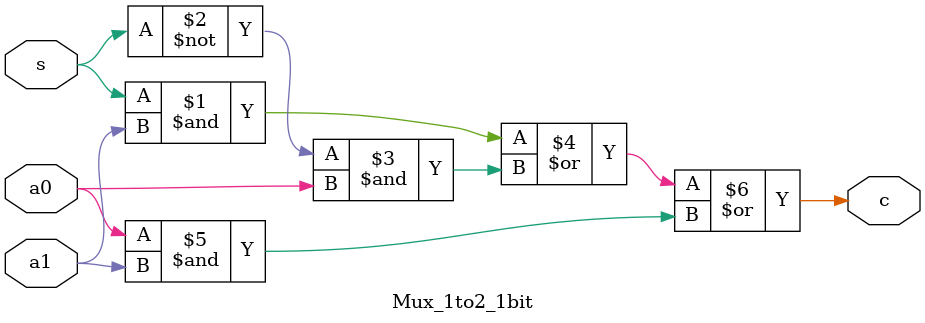
<source format=v>
module Mux_1to2_1bit(a0,a1,c,s);
	input a0,a1,s;
	output c;
	assign c=(s&a1)|((~s)&a0)|(a0&a1);
endmodule

</source>
